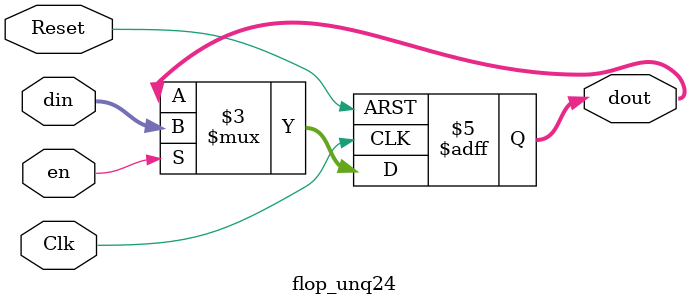
<source format=sv>

/* *****************************************************************************
 * File: flop.vp
 * 
 * Description:
 * Genesis2 flip-flop generator.
 * 
 * Required Genesis2 Controlable Parameters:
 * * Type		- Constant, Flop, RFlop, EFlop, or REFlop
 * * Width		- integer value specifying register width
 * * Default		- default value for the flop 
 *			 (only applies when flop_type=constant|rflop|reflop)
 * * SyncMode		- Sync or ASync flop * Change bar:
 * 
 * 
 * -----------
 * Date          Author   Description
 * Mar 30, 2010  shacham  init version  --  
 * May 20, 2014  jingpu   Add Async mode, change to active low reset
 * 
 * ****************************************************************************/


/*******************************************************************************
 * REQUIRED PARAMETERIZATION
 ******************************************************************************/
// Type (_GENESIS2_INHERITANCE_PRIORITY_) = REFlop
//
// Default (_GENESIS2_INHERITANCE_PRIORITY_) = 3
//
// Width (_GENESIS2_INHERITANCE_PRIORITY_) = 4
//
// SyncMode (_GENESIS2_DECLARATION_PRIORITY_) = ASync
//

module flop_unq24(
	       //inputs
	       input wire logic 		   Clk,
	       input wire logic [3:0]  din,
	       input wire logic 		   Reset,
	       input wire logic 		   en,

	       //outputs
	       output logic [3:0] dout
	       );


   /* synopsys dc_tcl_script_begin
    set_dont_retime [current_design] true
    set_optimize_registers false -design [current_design]
    */
   


   
   always_ff @(posedge Clk or negedge Reset) begin
      if (!Reset) 
	dout <= 4'h3;
      else if (en)
	dout <= din;
   end

endmodule : flop_unq24

</source>
